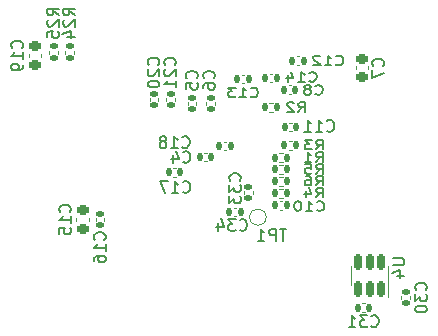
<source format=gbo>
%TF.GenerationSoftware,KiCad,Pcbnew,6.0.11+dfsg-1*%
%TF.CreationDate,2026-01-13T21:19:23-05:00*%
%TF.ProjectId,Deck_FPGA,4465636b-5f46-4504-9741-2e6b69636164,rev?*%
%TF.SameCoordinates,Original*%
%TF.FileFunction,Legend,Bot*%
%TF.FilePolarity,Positive*%
%FSLAX46Y46*%
G04 Gerber Fmt 4.6, Leading zero omitted, Abs format (unit mm)*
G04 Created by KiCad (PCBNEW 6.0.11+dfsg-1) date 2026-01-13 21:19:23*
%MOMM*%
%LPD*%
G01*
G04 APERTURE LIST*
G04 Aperture macros list*
%AMRoundRect*
0 Rectangle with rounded corners*
0 $1 Rounding radius*
0 $2 $3 $4 $5 $6 $7 $8 $9 X,Y pos of 4 corners*
0 Add a 4 corners polygon primitive as box body*
4,1,4,$2,$3,$4,$5,$6,$7,$8,$9,$2,$3,0*
0 Add four circle primitives for the rounded corners*
1,1,$1+$1,$2,$3*
1,1,$1+$1,$4,$5*
1,1,$1+$1,$6,$7*
1,1,$1+$1,$8,$9*
0 Add four rect primitives between the rounded corners*
20,1,$1+$1,$2,$3,$4,$5,0*
20,1,$1+$1,$4,$5,$6,$7,0*
20,1,$1+$1,$6,$7,$8,$9,0*
20,1,$1+$1,$8,$9,$2,$3,0*%
G04 Aperture macros list end*
%ADD10C,0.150000*%
%ADD11C,0.120000*%
%ADD12R,1.700000X1.700000*%
%ADD13O,1.700000X1.700000*%
%ADD14R,1.050000X1.050000*%
%ADD15C,1.050000*%
%ADD16RoundRect,0.140000X-0.140000X-0.170000X0.140000X-0.170000X0.140000X0.170000X-0.140000X0.170000X0*%
%ADD17RoundRect,0.140000X0.140000X0.170000X-0.140000X0.170000X-0.140000X-0.170000X0.140000X-0.170000X0*%
%ADD18RoundRect,0.140000X0.170000X-0.140000X0.170000X0.140000X-0.170000X0.140000X-0.170000X-0.140000X0*%
%ADD19RoundRect,0.135000X-0.135000X-0.185000X0.135000X-0.185000X0.135000X0.185000X-0.135000X0.185000X0*%
%ADD20RoundRect,0.225000X-0.250000X0.225000X-0.250000X-0.225000X0.250000X-0.225000X0.250000X0.225000X0*%
%ADD21RoundRect,0.135000X-0.185000X0.135000X-0.185000X-0.135000X0.185000X-0.135000X0.185000X0.135000X0*%
%ADD22RoundRect,0.140000X-0.170000X0.140000X-0.170000X-0.140000X0.170000X-0.140000X0.170000X0.140000X0*%
%ADD23RoundRect,0.225000X0.250000X-0.225000X0.250000X0.225000X-0.250000X0.225000X-0.250000X-0.225000X0*%
%ADD24C,1.000000*%
%ADD25RoundRect,0.135000X0.185000X-0.135000X0.185000X0.135000X-0.185000X0.135000X-0.185000X-0.135000X0*%
%ADD26RoundRect,0.150000X0.150000X-0.512500X0.150000X0.512500X-0.150000X0.512500X-0.150000X-0.512500X0*%
G04 APERTURE END LIST*
D10*
%TO.C,C14*%
X107992857Y-104685714D02*
X108040476Y-104723809D01*
X108183333Y-104761904D01*
X108278571Y-104761904D01*
X108421428Y-104723809D01*
X108516666Y-104647619D01*
X108564285Y-104571428D01*
X108611904Y-104419047D01*
X108611904Y-104304761D01*
X108564285Y-104152380D01*
X108516666Y-104076190D01*
X108421428Y-104000000D01*
X108278571Y-103961904D01*
X108183333Y-103961904D01*
X108040476Y-104000000D01*
X107992857Y-104038095D01*
X107040476Y-104761904D02*
X107611904Y-104761904D01*
X107326190Y-104761904D02*
X107326190Y-103961904D01*
X107421428Y-104076190D01*
X107516666Y-104152380D01*
X107611904Y-104190476D01*
X106183333Y-104228571D02*
X106183333Y-104761904D01*
X106421428Y-103923809D02*
X106659523Y-104495238D01*
X106040476Y-104495238D01*
%TO.C,C17*%
X97292857Y-114107142D02*
X97340476Y-114154761D01*
X97483333Y-114202380D01*
X97578571Y-114202380D01*
X97721428Y-114154761D01*
X97816666Y-114059523D01*
X97864285Y-113964285D01*
X97911904Y-113773809D01*
X97911904Y-113630952D01*
X97864285Y-113440476D01*
X97816666Y-113345238D01*
X97721428Y-113250000D01*
X97578571Y-113202380D01*
X97483333Y-113202380D01*
X97340476Y-113250000D01*
X97292857Y-113297619D01*
X96340476Y-114202380D02*
X96911904Y-114202380D01*
X96626190Y-114202380D02*
X96626190Y-113202380D01*
X96721428Y-113345238D01*
X96816666Y-113440476D01*
X96911904Y-113488095D01*
X96007142Y-113202380D02*
X95340476Y-113202380D01*
X95769047Y-114202380D01*
%TO.C,C6*%
X99907142Y-104483333D02*
X99954761Y-104435714D01*
X100002380Y-104292857D01*
X100002380Y-104197619D01*
X99954761Y-104054761D01*
X99859523Y-103959523D01*
X99764285Y-103911904D01*
X99573809Y-103864285D01*
X99430952Y-103864285D01*
X99240476Y-103911904D01*
X99145238Y-103959523D01*
X99050000Y-104054761D01*
X99002380Y-104197619D01*
X99002380Y-104292857D01*
X99050000Y-104435714D01*
X99097619Y-104483333D01*
X99002380Y-105340476D02*
X99002380Y-105150000D01*
X99050000Y-105054761D01*
X99097619Y-105007142D01*
X99240476Y-104911904D01*
X99430952Y-104864285D01*
X99811904Y-104864285D01*
X99907142Y-104911904D01*
X99954761Y-104959523D01*
X100002380Y-105054761D01*
X100002380Y-105245238D01*
X99954761Y-105340476D01*
X99907142Y-105388095D01*
X99811904Y-105435714D01*
X99573809Y-105435714D01*
X99478571Y-105388095D01*
X99430952Y-105340476D01*
X99383333Y-105245238D01*
X99383333Y-105054761D01*
X99430952Y-104959523D01*
X99478571Y-104911904D01*
X99573809Y-104864285D01*
%TO.C,R2*%
X107066666Y-107311904D02*
X107400000Y-106930952D01*
X107638095Y-107311904D02*
X107638095Y-106511904D01*
X107257142Y-106511904D01*
X107161904Y-106550000D01*
X107114285Y-106588095D01*
X107066666Y-106664285D01*
X107066666Y-106778571D01*
X107114285Y-106854761D01*
X107161904Y-106892857D01*
X107257142Y-106930952D01*
X107638095Y-106930952D01*
X106685714Y-106588095D02*
X106638095Y-106550000D01*
X106542857Y-106511904D01*
X106304761Y-106511904D01*
X106209523Y-106550000D01*
X106161904Y-106588095D01*
X106114285Y-106664285D01*
X106114285Y-106740476D01*
X106161904Y-106854761D01*
X106733333Y-107311904D01*
X106114285Y-107311904D01*
%TO.C,R6*%
X108566666Y-113561904D02*
X108900000Y-113180952D01*
X109138095Y-113561904D02*
X109138095Y-112761904D01*
X108757142Y-112761904D01*
X108661904Y-112800000D01*
X108614285Y-112838095D01*
X108566666Y-112914285D01*
X108566666Y-113028571D01*
X108614285Y-113104761D01*
X108661904Y-113142857D01*
X108757142Y-113180952D01*
X109138095Y-113180952D01*
X107709523Y-112761904D02*
X107900000Y-112761904D01*
X107995238Y-112800000D01*
X108042857Y-112838095D01*
X108138095Y-112952380D01*
X108185714Y-113104761D01*
X108185714Y-113409523D01*
X108138095Y-113485714D01*
X108090476Y-113523809D01*
X107995238Y-113561904D01*
X107804761Y-113561904D01*
X107709523Y-113523809D01*
X107661904Y-113485714D01*
X107614285Y-113409523D01*
X107614285Y-113219047D01*
X107661904Y-113142857D01*
X107709523Y-113104761D01*
X107804761Y-113066666D01*
X107995238Y-113066666D01*
X108090476Y-113104761D01*
X108138095Y-113142857D01*
X108185714Y-113219047D01*
%TO.C,C15*%
X87727142Y-115807142D02*
X87774761Y-115759523D01*
X87822380Y-115616666D01*
X87822380Y-115521428D01*
X87774761Y-115378571D01*
X87679523Y-115283333D01*
X87584285Y-115235714D01*
X87393809Y-115188095D01*
X87250952Y-115188095D01*
X87060476Y-115235714D01*
X86965238Y-115283333D01*
X86870000Y-115378571D01*
X86822380Y-115521428D01*
X86822380Y-115616666D01*
X86870000Y-115759523D01*
X86917619Y-115807142D01*
X87822380Y-116759523D02*
X87822380Y-116188095D01*
X87822380Y-116473809D02*
X86822380Y-116473809D01*
X86965238Y-116378571D01*
X87060476Y-116283333D01*
X87108095Y-116188095D01*
X86822380Y-117664285D02*
X86822380Y-117188095D01*
X87298571Y-117140476D01*
X87250952Y-117188095D01*
X87203333Y-117283333D01*
X87203333Y-117521428D01*
X87250952Y-117616666D01*
X87298571Y-117664285D01*
X87393809Y-117711904D01*
X87631904Y-117711904D01*
X87727142Y-117664285D01*
X87774761Y-117616666D01*
X87822380Y-117521428D01*
X87822380Y-117283333D01*
X87774761Y-117188095D01*
X87727142Y-117140476D01*
%TO.C,C18*%
X97242857Y-110307142D02*
X97290476Y-110354761D01*
X97433333Y-110402380D01*
X97528571Y-110402380D01*
X97671428Y-110354761D01*
X97766666Y-110259523D01*
X97814285Y-110164285D01*
X97861904Y-109973809D01*
X97861904Y-109830952D01*
X97814285Y-109640476D01*
X97766666Y-109545238D01*
X97671428Y-109450000D01*
X97528571Y-109402380D01*
X97433333Y-109402380D01*
X97290476Y-109450000D01*
X97242857Y-109497619D01*
X96290476Y-110402380D02*
X96861904Y-110402380D01*
X96576190Y-110402380D02*
X96576190Y-109402380D01*
X96671428Y-109545238D01*
X96766666Y-109640476D01*
X96861904Y-109688095D01*
X95719047Y-109830952D02*
X95814285Y-109783333D01*
X95861904Y-109735714D01*
X95909523Y-109640476D01*
X95909523Y-109592857D01*
X95861904Y-109497619D01*
X95814285Y-109450000D01*
X95719047Y-109402380D01*
X95528571Y-109402380D01*
X95433333Y-109450000D01*
X95385714Y-109497619D01*
X95338095Y-109592857D01*
X95338095Y-109640476D01*
X95385714Y-109735714D01*
X95433333Y-109783333D01*
X95528571Y-109830952D01*
X95719047Y-109830952D01*
X95814285Y-109878571D01*
X95861904Y-109926190D01*
X95909523Y-110021428D01*
X95909523Y-110211904D01*
X95861904Y-110307142D01*
X95814285Y-110354761D01*
X95719047Y-110402380D01*
X95528571Y-110402380D01*
X95433333Y-110354761D01*
X95385714Y-110307142D01*
X95338095Y-110211904D01*
X95338095Y-110021428D01*
X95385714Y-109926190D01*
X95433333Y-109878571D01*
X95528571Y-109830952D01*
%TO.C,C8*%
X108516666Y-105785714D02*
X108564285Y-105823809D01*
X108707142Y-105861904D01*
X108802380Y-105861904D01*
X108945238Y-105823809D01*
X109040476Y-105747619D01*
X109088095Y-105671428D01*
X109135714Y-105519047D01*
X109135714Y-105404761D01*
X109088095Y-105252380D01*
X109040476Y-105176190D01*
X108945238Y-105100000D01*
X108802380Y-105061904D01*
X108707142Y-105061904D01*
X108564285Y-105100000D01*
X108516666Y-105138095D01*
X107945238Y-105404761D02*
X108040476Y-105366666D01*
X108088095Y-105328571D01*
X108135714Y-105252380D01*
X108135714Y-105214285D01*
X108088095Y-105138095D01*
X108040476Y-105100000D01*
X107945238Y-105061904D01*
X107754761Y-105061904D01*
X107659523Y-105100000D01*
X107611904Y-105138095D01*
X107564285Y-105214285D01*
X107564285Y-105252380D01*
X107611904Y-105328571D01*
X107659523Y-105366666D01*
X107754761Y-105404761D01*
X107945238Y-105404761D01*
X108040476Y-105442857D01*
X108088095Y-105480952D01*
X108135714Y-105557142D01*
X108135714Y-105709523D01*
X108088095Y-105785714D01*
X108040476Y-105823809D01*
X107945238Y-105861904D01*
X107754761Y-105861904D01*
X107659523Y-105823809D01*
X107611904Y-105785714D01*
X107564285Y-105709523D01*
X107564285Y-105557142D01*
X107611904Y-105480952D01*
X107659523Y-105442857D01*
X107754761Y-105404761D01*
%TO.C,C5*%
X98457142Y-104483333D02*
X98504761Y-104435714D01*
X98552380Y-104292857D01*
X98552380Y-104197619D01*
X98504761Y-104054761D01*
X98409523Y-103959523D01*
X98314285Y-103911904D01*
X98123809Y-103864285D01*
X97980952Y-103864285D01*
X97790476Y-103911904D01*
X97695238Y-103959523D01*
X97600000Y-104054761D01*
X97552380Y-104197619D01*
X97552380Y-104292857D01*
X97600000Y-104435714D01*
X97647619Y-104483333D01*
X97552380Y-105388095D02*
X97552380Y-104911904D01*
X98028571Y-104864285D01*
X97980952Y-104911904D01*
X97933333Y-105007142D01*
X97933333Y-105245238D01*
X97980952Y-105340476D01*
X98028571Y-105388095D01*
X98123809Y-105435714D01*
X98361904Y-105435714D01*
X98457142Y-105388095D01*
X98504761Y-105340476D01*
X98552380Y-105245238D01*
X98552380Y-105007142D01*
X98504761Y-104911904D01*
X98457142Y-104864285D01*
%TO.C,R25*%
X86802380Y-99157142D02*
X86326190Y-98823809D01*
X86802380Y-98585714D02*
X85802380Y-98585714D01*
X85802380Y-98966666D01*
X85850000Y-99061904D01*
X85897619Y-99109523D01*
X85992857Y-99157142D01*
X86135714Y-99157142D01*
X86230952Y-99109523D01*
X86278571Y-99061904D01*
X86326190Y-98966666D01*
X86326190Y-98585714D01*
X85897619Y-99538095D02*
X85850000Y-99585714D01*
X85802380Y-99680952D01*
X85802380Y-99919047D01*
X85850000Y-100014285D01*
X85897619Y-100061904D01*
X85992857Y-100109523D01*
X86088095Y-100109523D01*
X86230952Y-100061904D01*
X86802380Y-99490476D01*
X86802380Y-100109523D01*
X85802380Y-101014285D02*
X85802380Y-100538095D01*
X86278571Y-100490476D01*
X86230952Y-100538095D01*
X86183333Y-100633333D01*
X86183333Y-100871428D01*
X86230952Y-100966666D01*
X86278571Y-101014285D01*
X86373809Y-101061904D01*
X86611904Y-101061904D01*
X86707142Y-101014285D01*
X86754761Y-100966666D01*
X86802380Y-100871428D01*
X86802380Y-100633333D01*
X86754761Y-100538095D01*
X86707142Y-100490476D01*
%TO.C,C30*%
X117857142Y-122407142D02*
X117904761Y-122359523D01*
X117952380Y-122216666D01*
X117952380Y-122121428D01*
X117904761Y-121978571D01*
X117809523Y-121883333D01*
X117714285Y-121835714D01*
X117523809Y-121788095D01*
X117380952Y-121788095D01*
X117190476Y-121835714D01*
X117095238Y-121883333D01*
X117000000Y-121978571D01*
X116952380Y-122121428D01*
X116952380Y-122216666D01*
X117000000Y-122359523D01*
X117047619Y-122407142D01*
X116952380Y-122740476D02*
X116952380Y-123359523D01*
X117333333Y-123026190D01*
X117333333Y-123169047D01*
X117380952Y-123264285D01*
X117428571Y-123311904D01*
X117523809Y-123359523D01*
X117761904Y-123359523D01*
X117857142Y-123311904D01*
X117904761Y-123264285D01*
X117952380Y-123169047D01*
X117952380Y-122883333D01*
X117904761Y-122788095D01*
X117857142Y-122740476D01*
X116952380Y-123978571D02*
X116952380Y-124073809D01*
X117000000Y-124169047D01*
X117047619Y-124216666D01*
X117142857Y-124264285D01*
X117333333Y-124311904D01*
X117571428Y-124311904D01*
X117761904Y-124264285D01*
X117857142Y-124216666D01*
X117904761Y-124169047D01*
X117952380Y-124073809D01*
X117952380Y-123978571D01*
X117904761Y-123883333D01*
X117857142Y-123835714D01*
X117761904Y-123788095D01*
X117571428Y-123740476D01*
X117333333Y-123740476D01*
X117142857Y-123788095D01*
X117047619Y-123835714D01*
X117000000Y-123883333D01*
X116952380Y-123978571D01*
%TO.C,C19*%
X83677142Y-101907142D02*
X83724761Y-101859523D01*
X83772380Y-101716666D01*
X83772380Y-101621428D01*
X83724761Y-101478571D01*
X83629523Y-101383333D01*
X83534285Y-101335714D01*
X83343809Y-101288095D01*
X83200952Y-101288095D01*
X83010476Y-101335714D01*
X82915238Y-101383333D01*
X82820000Y-101478571D01*
X82772380Y-101621428D01*
X82772380Y-101716666D01*
X82820000Y-101859523D01*
X82867619Y-101907142D01*
X83772380Y-102859523D02*
X83772380Y-102288095D01*
X83772380Y-102573809D02*
X82772380Y-102573809D01*
X82915238Y-102478571D01*
X83010476Y-102383333D01*
X83058095Y-102288095D01*
X83772380Y-103335714D02*
X83772380Y-103526190D01*
X83724761Y-103621428D01*
X83677142Y-103669047D01*
X83534285Y-103764285D01*
X83343809Y-103811904D01*
X82962857Y-103811904D01*
X82867619Y-103764285D01*
X82820000Y-103716666D01*
X82772380Y-103621428D01*
X82772380Y-103430952D01*
X82820000Y-103335714D01*
X82867619Y-103288095D01*
X82962857Y-103240476D01*
X83200952Y-103240476D01*
X83296190Y-103288095D01*
X83343809Y-103335714D01*
X83391428Y-103430952D01*
X83391428Y-103621428D01*
X83343809Y-103716666D01*
X83296190Y-103764285D01*
X83200952Y-103811904D01*
%TO.C,C4*%
X97316666Y-111557142D02*
X97364285Y-111604761D01*
X97507142Y-111652380D01*
X97602380Y-111652380D01*
X97745238Y-111604761D01*
X97840476Y-111509523D01*
X97888095Y-111414285D01*
X97935714Y-111223809D01*
X97935714Y-111080952D01*
X97888095Y-110890476D01*
X97840476Y-110795238D01*
X97745238Y-110700000D01*
X97602380Y-110652380D01*
X97507142Y-110652380D01*
X97364285Y-110700000D01*
X97316666Y-110747619D01*
X96459523Y-110985714D02*
X96459523Y-111652380D01*
X96697619Y-110604761D02*
X96935714Y-111319047D01*
X96316666Y-111319047D01*
%TO.C,C11*%
X109492857Y-108907142D02*
X109540476Y-108954761D01*
X109683333Y-109002380D01*
X109778571Y-109002380D01*
X109921428Y-108954761D01*
X110016666Y-108859523D01*
X110064285Y-108764285D01*
X110111904Y-108573809D01*
X110111904Y-108430952D01*
X110064285Y-108240476D01*
X110016666Y-108145238D01*
X109921428Y-108050000D01*
X109778571Y-108002380D01*
X109683333Y-108002380D01*
X109540476Y-108050000D01*
X109492857Y-108097619D01*
X108540476Y-109002380D02*
X109111904Y-109002380D01*
X108826190Y-109002380D02*
X108826190Y-108002380D01*
X108921428Y-108145238D01*
X109016666Y-108240476D01*
X109111904Y-108288095D01*
X107588095Y-109002380D02*
X108159523Y-109002380D01*
X107873809Y-109002380D02*
X107873809Y-108002380D01*
X107969047Y-108145238D01*
X108064285Y-108240476D01*
X108159523Y-108288095D01*
%TO.C,C10*%
X108642857Y-115635714D02*
X108690476Y-115673809D01*
X108833333Y-115711904D01*
X108928571Y-115711904D01*
X109071428Y-115673809D01*
X109166666Y-115597619D01*
X109214285Y-115521428D01*
X109261904Y-115369047D01*
X109261904Y-115254761D01*
X109214285Y-115102380D01*
X109166666Y-115026190D01*
X109071428Y-114950000D01*
X108928571Y-114911904D01*
X108833333Y-114911904D01*
X108690476Y-114950000D01*
X108642857Y-114988095D01*
X107690476Y-115711904D02*
X108261904Y-115711904D01*
X107976190Y-115711904D02*
X107976190Y-114911904D01*
X108071428Y-115026190D01*
X108166666Y-115102380D01*
X108261904Y-115140476D01*
X107071428Y-114911904D02*
X106976190Y-114911904D01*
X106880952Y-114950000D01*
X106833333Y-114988095D01*
X106785714Y-115064285D01*
X106738095Y-115216666D01*
X106738095Y-115407142D01*
X106785714Y-115559523D01*
X106833333Y-115635714D01*
X106880952Y-115673809D01*
X106976190Y-115711904D01*
X107071428Y-115711904D01*
X107166666Y-115673809D01*
X107214285Y-115635714D01*
X107261904Y-115559523D01*
X107309523Y-115407142D01*
X107309523Y-115216666D01*
X107261904Y-115064285D01*
X107214285Y-114988095D01*
X107166666Y-114950000D01*
X107071428Y-114911904D01*
%TO.C,C21*%
X96607142Y-103357142D02*
X96654761Y-103309523D01*
X96702380Y-103166666D01*
X96702380Y-103071428D01*
X96654761Y-102928571D01*
X96559523Y-102833333D01*
X96464285Y-102785714D01*
X96273809Y-102738095D01*
X96130952Y-102738095D01*
X95940476Y-102785714D01*
X95845238Y-102833333D01*
X95750000Y-102928571D01*
X95702380Y-103071428D01*
X95702380Y-103166666D01*
X95750000Y-103309523D01*
X95797619Y-103357142D01*
X95797619Y-103738095D02*
X95750000Y-103785714D01*
X95702380Y-103880952D01*
X95702380Y-104119047D01*
X95750000Y-104214285D01*
X95797619Y-104261904D01*
X95892857Y-104309523D01*
X95988095Y-104309523D01*
X96130952Y-104261904D01*
X96702380Y-103690476D01*
X96702380Y-104309523D01*
X96702380Y-105261904D02*
X96702380Y-104690476D01*
X96702380Y-104976190D02*
X95702380Y-104976190D01*
X95845238Y-104880952D01*
X95940476Y-104785714D01*
X95988095Y-104690476D01*
%TO.C,C7*%
X114237142Y-103433333D02*
X114284761Y-103385714D01*
X114332380Y-103242857D01*
X114332380Y-103147619D01*
X114284761Y-103004761D01*
X114189523Y-102909523D01*
X114094285Y-102861904D01*
X113903809Y-102814285D01*
X113760952Y-102814285D01*
X113570476Y-102861904D01*
X113475238Y-102909523D01*
X113380000Y-103004761D01*
X113332380Y-103147619D01*
X113332380Y-103242857D01*
X113380000Y-103385714D01*
X113427619Y-103433333D01*
X113332380Y-103766666D02*
X113332380Y-104433333D01*
X114332380Y-104004761D01*
%TO.C,C12*%
X110242857Y-103285714D02*
X110290476Y-103323809D01*
X110433333Y-103361904D01*
X110528571Y-103361904D01*
X110671428Y-103323809D01*
X110766666Y-103247619D01*
X110814285Y-103171428D01*
X110861904Y-103019047D01*
X110861904Y-102904761D01*
X110814285Y-102752380D01*
X110766666Y-102676190D01*
X110671428Y-102600000D01*
X110528571Y-102561904D01*
X110433333Y-102561904D01*
X110290476Y-102600000D01*
X110242857Y-102638095D01*
X109290476Y-103361904D02*
X109861904Y-103361904D01*
X109576190Y-103361904D02*
X109576190Y-102561904D01*
X109671428Y-102676190D01*
X109766666Y-102752380D01*
X109861904Y-102790476D01*
X108909523Y-102638095D02*
X108861904Y-102600000D01*
X108766666Y-102561904D01*
X108528571Y-102561904D01*
X108433333Y-102600000D01*
X108385714Y-102638095D01*
X108338095Y-102714285D01*
X108338095Y-102790476D01*
X108385714Y-102904761D01*
X108957142Y-103361904D01*
X108338095Y-103361904D01*
%TO.C,R3*%
X108566666Y-110511904D02*
X108900000Y-110130952D01*
X109138095Y-110511904D02*
X109138095Y-109711904D01*
X108757142Y-109711904D01*
X108661904Y-109750000D01*
X108614285Y-109788095D01*
X108566666Y-109864285D01*
X108566666Y-109978571D01*
X108614285Y-110054761D01*
X108661904Y-110092857D01*
X108757142Y-110130952D01*
X109138095Y-110130952D01*
X108233333Y-109711904D02*
X107614285Y-109711904D01*
X107947619Y-110016666D01*
X107804761Y-110016666D01*
X107709523Y-110054761D01*
X107661904Y-110092857D01*
X107614285Y-110169047D01*
X107614285Y-110359523D01*
X107661904Y-110435714D01*
X107709523Y-110473809D01*
X107804761Y-110511904D01*
X108090476Y-110511904D01*
X108185714Y-110473809D01*
X108233333Y-110435714D01*
%TO.C,TP1*%
X106061904Y-117252380D02*
X105490476Y-117252380D01*
X105776190Y-118252380D02*
X105776190Y-117252380D01*
X105157142Y-118252380D02*
X105157142Y-117252380D01*
X104776190Y-117252380D01*
X104680952Y-117300000D01*
X104633333Y-117347619D01*
X104585714Y-117442857D01*
X104585714Y-117585714D01*
X104633333Y-117680952D01*
X104680952Y-117728571D01*
X104776190Y-117776190D01*
X105157142Y-117776190D01*
X103633333Y-118252380D02*
X104204761Y-118252380D01*
X103919047Y-118252380D02*
X103919047Y-117252380D01*
X104014285Y-117395238D01*
X104109523Y-117490476D01*
X104204761Y-117538095D01*
%TO.C,C20*%
X95207142Y-103357142D02*
X95254761Y-103309523D01*
X95302380Y-103166666D01*
X95302380Y-103071428D01*
X95254761Y-102928571D01*
X95159523Y-102833333D01*
X95064285Y-102785714D01*
X94873809Y-102738095D01*
X94730952Y-102738095D01*
X94540476Y-102785714D01*
X94445238Y-102833333D01*
X94350000Y-102928571D01*
X94302380Y-103071428D01*
X94302380Y-103166666D01*
X94350000Y-103309523D01*
X94397619Y-103357142D01*
X94397619Y-103738095D02*
X94350000Y-103785714D01*
X94302380Y-103880952D01*
X94302380Y-104119047D01*
X94350000Y-104214285D01*
X94397619Y-104261904D01*
X94492857Y-104309523D01*
X94588095Y-104309523D01*
X94730952Y-104261904D01*
X95302380Y-103690476D01*
X95302380Y-104309523D01*
X94302380Y-104928571D02*
X94302380Y-105023809D01*
X94350000Y-105119047D01*
X94397619Y-105166666D01*
X94492857Y-105214285D01*
X94683333Y-105261904D01*
X94921428Y-105261904D01*
X95111904Y-105214285D01*
X95207142Y-105166666D01*
X95254761Y-105119047D01*
X95302380Y-105023809D01*
X95302380Y-104928571D01*
X95254761Y-104833333D01*
X95207142Y-104785714D01*
X95111904Y-104738095D01*
X94921428Y-104690476D01*
X94683333Y-104690476D01*
X94492857Y-104738095D01*
X94397619Y-104785714D01*
X94350000Y-104833333D01*
X94302380Y-104928571D01*
%TO.C,R1*%
X108566666Y-111561904D02*
X108900000Y-111180952D01*
X109138095Y-111561904D02*
X109138095Y-110761904D01*
X108757142Y-110761904D01*
X108661904Y-110800000D01*
X108614285Y-110838095D01*
X108566666Y-110914285D01*
X108566666Y-111028571D01*
X108614285Y-111104761D01*
X108661904Y-111142857D01*
X108757142Y-111180952D01*
X109138095Y-111180952D01*
X107614285Y-111561904D02*
X108185714Y-111561904D01*
X107900000Y-111561904D02*
X107900000Y-110761904D01*
X107995238Y-110876190D01*
X108090476Y-110952380D01*
X108185714Y-110990476D01*
%TO.C,C31*%
X113242857Y-125457142D02*
X113290476Y-125504761D01*
X113433333Y-125552380D01*
X113528571Y-125552380D01*
X113671428Y-125504761D01*
X113766666Y-125409523D01*
X113814285Y-125314285D01*
X113861904Y-125123809D01*
X113861904Y-124980952D01*
X113814285Y-124790476D01*
X113766666Y-124695238D01*
X113671428Y-124600000D01*
X113528571Y-124552380D01*
X113433333Y-124552380D01*
X113290476Y-124600000D01*
X113242857Y-124647619D01*
X112909523Y-124552380D02*
X112290476Y-124552380D01*
X112623809Y-124933333D01*
X112480952Y-124933333D01*
X112385714Y-124980952D01*
X112338095Y-125028571D01*
X112290476Y-125123809D01*
X112290476Y-125361904D01*
X112338095Y-125457142D01*
X112385714Y-125504761D01*
X112480952Y-125552380D01*
X112766666Y-125552380D01*
X112861904Y-125504761D01*
X112909523Y-125457142D01*
X111338095Y-125552380D02*
X111909523Y-125552380D01*
X111623809Y-125552380D02*
X111623809Y-124552380D01*
X111719047Y-124695238D01*
X111814285Y-124790476D01*
X111909523Y-124838095D01*
%TO.C,C34*%
X102092857Y-117307142D02*
X102140476Y-117354761D01*
X102283333Y-117402380D01*
X102378571Y-117402380D01*
X102521428Y-117354761D01*
X102616666Y-117259523D01*
X102664285Y-117164285D01*
X102711904Y-116973809D01*
X102711904Y-116830952D01*
X102664285Y-116640476D01*
X102616666Y-116545238D01*
X102521428Y-116450000D01*
X102378571Y-116402380D01*
X102283333Y-116402380D01*
X102140476Y-116450000D01*
X102092857Y-116497619D01*
X101759523Y-116402380D02*
X101140476Y-116402380D01*
X101473809Y-116783333D01*
X101330952Y-116783333D01*
X101235714Y-116830952D01*
X101188095Y-116878571D01*
X101140476Y-116973809D01*
X101140476Y-117211904D01*
X101188095Y-117307142D01*
X101235714Y-117354761D01*
X101330952Y-117402380D01*
X101616666Y-117402380D01*
X101711904Y-117354761D01*
X101759523Y-117307142D01*
X100283333Y-116735714D02*
X100283333Y-117402380D01*
X100521428Y-116354761D02*
X100759523Y-117069047D01*
X100140476Y-117069047D01*
%TO.C,C33*%
X102107142Y-113157142D02*
X102154761Y-113109523D01*
X102202380Y-112966666D01*
X102202380Y-112871428D01*
X102154761Y-112728571D01*
X102059523Y-112633333D01*
X101964285Y-112585714D01*
X101773809Y-112538095D01*
X101630952Y-112538095D01*
X101440476Y-112585714D01*
X101345238Y-112633333D01*
X101250000Y-112728571D01*
X101202380Y-112871428D01*
X101202380Y-112966666D01*
X101250000Y-113109523D01*
X101297619Y-113157142D01*
X101202380Y-113490476D02*
X101202380Y-114109523D01*
X101583333Y-113776190D01*
X101583333Y-113919047D01*
X101630952Y-114014285D01*
X101678571Y-114061904D01*
X101773809Y-114109523D01*
X102011904Y-114109523D01*
X102107142Y-114061904D01*
X102154761Y-114014285D01*
X102202380Y-113919047D01*
X102202380Y-113633333D01*
X102154761Y-113538095D01*
X102107142Y-113490476D01*
X101202380Y-114442857D02*
X101202380Y-115061904D01*
X101583333Y-114728571D01*
X101583333Y-114871428D01*
X101630952Y-114966666D01*
X101678571Y-115014285D01*
X101773809Y-115061904D01*
X102011904Y-115061904D01*
X102107142Y-115014285D01*
X102154761Y-114966666D01*
X102202380Y-114871428D01*
X102202380Y-114585714D01*
X102154761Y-114490476D01*
X102107142Y-114442857D01*
%TO.C,R4*%
X108566666Y-114561904D02*
X108900000Y-114180952D01*
X109138095Y-114561904D02*
X109138095Y-113761904D01*
X108757142Y-113761904D01*
X108661904Y-113800000D01*
X108614285Y-113838095D01*
X108566666Y-113914285D01*
X108566666Y-114028571D01*
X108614285Y-114104761D01*
X108661904Y-114142857D01*
X108757142Y-114180952D01*
X109138095Y-114180952D01*
X107709523Y-114028571D02*
X107709523Y-114561904D01*
X107947619Y-113723809D02*
X108185714Y-114295238D01*
X107566666Y-114295238D01*
%TO.C,C13*%
X103042857Y-105995714D02*
X103090476Y-106033809D01*
X103233333Y-106071904D01*
X103328571Y-106071904D01*
X103471428Y-106033809D01*
X103566666Y-105957619D01*
X103614285Y-105881428D01*
X103661904Y-105729047D01*
X103661904Y-105614761D01*
X103614285Y-105462380D01*
X103566666Y-105386190D01*
X103471428Y-105310000D01*
X103328571Y-105271904D01*
X103233333Y-105271904D01*
X103090476Y-105310000D01*
X103042857Y-105348095D01*
X102090476Y-106071904D02*
X102661904Y-106071904D01*
X102376190Y-106071904D02*
X102376190Y-105271904D01*
X102471428Y-105386190D01*
X102566666Y-105462380D01*
X102661904Y-105500476D01*
X101757142Y-105271904D02*
X101138095Y-105271904D01*
X101471428Y-105576666D01*
X101328571Y-105576666D01*
X101233333Y-105614761D01*
X101185714Y-105652857D01*
X101138095Y-105729047D01*
X101138095Y-105919523D01*
X101185714Y-105995714D01*
X101233333Y-106033809D01*
X101328571Y-106071904D01*
X101614285Y-106071904D01*
X101709523Y-106033809D01*
X101757142Y-105995714D01*
%TO.C,R24*%
X88152380Y-99157142D02*
X87676190Y-98823809D01*
X88152380Y-98585714D02*
X87152380Y-98585714D01*
X87152380Y-98966666D01*
X87200000Y-99061904D01*
X87247619Y-99109523D01*
X87342857Y-99157142D01*
X87485714Y-99157142D01*
X87580952Y-99109523D01*
X87628571Y-99061904D01*
X87676190Y-98966666D01*
X87676190Y-98585714D01*
X87247619Y-99538095D02*
X87200000Y-99585714D01*
X87152380Y-99680952D01*
X87152380Y-99919047D01*
X87200000Y-100014285D01*
X87247619Y-100061904D01*
X87342857Y-100109523D01*
X87438095Y-100109523D01*
X87580952Y-100061904D01*
X88152380Y-99490476D01*
X88152380Y-100109523D01*
X87485714Y-100966666D02*
X88152380Y-100966666D01*
X87104761Y-100728571D02*
X87819047Y-100490476D01*
X87819047Y-101109523D01*
%TO.C,U4*%
X115052380Y-119738095D02*
X115861904Y-119738095D01*
X115957142Y-119785714D01*
X116004761Y-119833333D01*
X116052380Y-119928571D01*
X116052380Y-120119047D01*
X116004761Y-120214285D01*
X115957142Y-120261904D01*
X115861904Y-120309523D01*
X115052380Y-120309523D01*
X115385714Y-121214285D02*
X116052380Y-121214285D01*
X115004761Y-120976190D02*
X115719047Y-120738095D01*
X115719047Y-121357142D01*
%TO.C,C16*%
X90657142Y-118157142D02*
X90704761Y-118109523D01*
X90752380Y-117966666D01*
X90752380Y-117871428D01*
X90704761Y-117728571D01*
X90609523Y-117633333D01*
X90514285Y-117585714D01*
X90323809Y-117538095D01*
X90180952Y-117538095D01*
X89990476Y-117585714D01*
X89895238Y-117633333D01*
X89800000Y-117728571D01*
X89752380Y-117871428D01*
X89752380Y-117966666D01*
X89800000Y-118109523D01*
X89847619Y-118157142D01*
X90752380Y-119109523D02*
X90752380Y-118538095D01*
X90752380Y-118823809D02*
X89752380Y-118823809D01*
X89895238Y-118728571D01*
X89990476Y-118633333D01*
X90038095Y-118538095D01*
X89752380Y-119966666D02*
X89752380Y-119776190D01*
X89800000Y-119680952D01*
X89847619Y-119633333D01*
X89990476Y-119538095D01*
X90180952Y-119490476D01*
X90561904Y-119490476D01*
X90657142Y-119538095D01*
X90704761Y-119585714D01*
X90752380Y-119680952D01*
X90752380Y-119871428D01*
X90704761Y-119966666D01*
X90657142Y-120014285D01*
X90561904Y-120061904D01*
X90323809Y-120061904D01*
X90228571Y-120014285D01*
X90180952Y-119966666D01*
X90133333Y-119871428D01*
X90133333Y-119680952D01*
X90180952Y-119585714D01*
X90228571Y-119538095D01*
X90323809Y-119490476D01*
%TO.C,R5*%
X108566666Y-112561904D02*
X108900000Y-112180952D01*
X109138095Y-112561904D02*
X109138095Y-111761904D01*
X108757142Y-111761904D01*
X108661904Y-111800000D01*
X108614285Y-111838095D01*
X108566666Y-111914285D01*
X108566666Y-112028571D01*
X108614285Y-112104761D01*
X108661904Y-112142857D01*
X108757142Y-112180952D01*
X109138095Y-112180952D01*
X107661904Y-111761904D02*
X108138095Y-111761904D01*
X108185714Y-112142857D01*
X108138095Y-112104761D01*
X108042857Y-112066666D01*
X107804761Y-112066666D01*
X107709523Y-112104761D01*
X107661904Y-112142857D01*
X107614285Y-112219047D01*
X107614285Y-112409523D01*
X107661904Y-112485714D01*
X107709523Y-112523809D01*
X107804761Y-112561904D01*
X108042857Y-112561904D01*
X108138095Y-112523809D01*
X108185714Y-112485714D01*
D11*
%TO.C,C14*%
X104642164Y-104090000D02*
X104857836Y-104090000D01*
X104642164Y-104810000D02*
X104857836Y-104810000D01*
%TO.C,C17*%
X96707836Y-112090000D02*
X96492164Y-112090000D01*
X96707836Y-112810000D02*
X96492164Y-112810000D01*
%TO.C,C6*%
X100010000Y-106707836D02*
X100010000Y-106492164D01*
X99290000Y-106707836D02*
X99290000Y-106492164D01*
%TO.C,R2*%
X104596359Y-106570000D02*
X104903641Y-106570000D01*
X104596359Y-107330000D02*
X104903641Y-107330000D01*
%TO.C,R6*%
X105446359Y-113580000D02*
X105753641Y-113580000D01*
X105446359Y-112820000D02*
X105753641Y-112820000D01*
%TO.C,C15*%
X88290000Y-116309420D02*
X88290000Y-116590580D01*
X89310000Y-116309420D02*
X89310000Y-116590580D01*
%TO.C,C18*%
X100957836Y-109840000D02*
X100742164Y-109840000D01*
X100957836Y-110560000D02*
X100742164Y-110560000D01*
%TO.C,C8*%
X106457836Y-105810000D02*
X106242164Y-105810000D01*
X106457836Y-105090000D02*
X106242164Y-105090000D01*
%TO.C,C5*%
X97690000Y-106707836D02*
X97690000Y-106492164D01*
X98410000Y-106707836D02*
X98410000Y-106492164D01*
%TO.C,R25*%
X85970000Y-102146359D02*
X85970000Y-102453641D01*
X86730000Y-102146359D02*
X86730000Y-102453641D01*
%TO.C,C30*%
X115790000Y-122942164D02*
X115790000Y-123157836D01*
X116510000Y-122942164D02*
X116510000Y-123157836D01*
%TO.C,C19*%
X84240000Y-102409420D02*
X84240000Y-102690580D01*
X85260000Y-102409420D02*
X85260000Y-102690580D01*
%TO.C,C4*%
X99307836Y-111510000D02*
X99092164Y-111510000D01*
X99307836Y-110790000D02*
X99092164Y-110790000D01*
%TO.C,C11*%
X106292164Y-108960000D02*
X106507836Y-108960000D01*
X106292164Y-108240000D02*
X106507836Y-108240000D01*
%TO.C,C10*%
X105707836Y-114890000D02*
X105492164Y-114890000D01*
X105707836Y-115610000D02*
X105492164Y-115610000D01*
%TO.C,C21*%
X96610000Y-106192164D02*
X96610000Y-106407836D01*
X95890000Y-106192164D02*
X95890000Y-106407836D01*
%TO.C,C7*%
X112960000Y-103740580D02*
X112960000Y-103459420D01*
X111940000Y-103740580D02*
X111940000Y-103459420D01*
%TO.C,C12*%
X107157836Y-102640000D02*
X106942164Y-102640000D01*
X107157836Y-103360000D02*
X106942164Y-103360000D01*
%TO.C,R3*%
X106246359Y-110530000D02*
X106553641Y-110530000D01*
X106246359Y-109770000D02*
X106553641Y-109770000D01*
%TO.C,TP1*%
X104350000Y-116250000D02*
G75*
G03*
X104350000Y-116250000I-700000J0D01*
G01*
%TO.C,C20*%
X94490000Y-106192164D02*
X94490000Y-106407836D01*
X95210000Y-106192164D02*
X95210000Y-106407836D01*
%TO.C,R1*%
X105446359Y-111580000D02*
X105753641Y-111580000D01*
X105446359Y-110820000D02*
X105753641Y-110820000D01*
%TO.C,C31*%
X112492164Y-124260000D02*
X112707836Y-124260000D01*
X112492164Y-123540000D02*
X112707836Y-123540000D01*
%TO.C,C34*%
X101592164Y-116160000D02*
X101807836Y-116160000D01*
X101592164Y-115440000D02*
X101807836Y-115440000D01*
%TO.C,C33*%
X102490000Y-114042164D02*
X102490000Y-114257836D01*
X103210000Y-114042164D02*
X103210000Y-114257836D01*
%TO.C,R4*%
X105446359Y-113820000D02*
X105753641Y-113820000D01*
X105446359Y-114580000D02*
X105753641Y-114580000D01*
%TO.C,C13*%
X102292164Y-104910000D02*
X102507836Y-104910000D01*
X102292164Y-104190000D02*
X102507836Y-104190000D01*
%TO.C,R24*%
X87320000Y-102453641D02*
X87320000Y-102146359D01*
X88080000Y-102453641D02*
X88080000Y-102146359D01*
%TO.C,U4*%
X114660000Y-121200000D02*
X114660000Y-120400000D01*
X114660000Y-121200000D02*
X114660000Y-123000000D01*
X111540000Y-121200000D02*
X111540000Y-120400000D01*
X111540000Y-121200000D02*
X111540000Y-122000000D01*
%TO.C,C16*%
X89940000Y-116342164D02*
X89940000Y-116557836D01*
X90660000Y-116342164D02*
X90660000Y-116557836D01*
%TO.C,R5*%
X105446359Y-112580000D02*
X105753641Y-112580000D01*
X105446359Y-111820000D02*
X105753641Y-111820000D01*
%TD*%
%LPC*%
D12*
%TO.C,J3*%
X81800000Y-104650000D03*
D13*
X81800000Y-107190000D03*
X81800000Y-109730000D03*
X81800000Y-112270000D03*
X81800000Y-114810000D03*
X81800000Y-117350000D03*
%TD*%
D14*
%TO.C,J1*%
X91000000Y-122000000D03*
D15*
X93000000Y-122000000D03*
X95000000Y-122000000D03*
X97000000Y-122000000D03*
X99000000Y-122000000D03*
X101000000Y-122000000D03*
X103000000Y-122000000D03*
X105000000Y-122000000D03*
X107000000Y-122000000D03*
X109000000Y-122000000D03*
%TD*%
D14*
%TO.C,J2*%
X91000000Y-100000000D03*
D15*
X93000000Y-100000000D03*
X95000000Y-100000000D03*
X97000000Y-100000000D03*
X99000000Y-100000000D03*
X101000000Y-100000000D03*
X103000000Y-100000000D03*
X105000000Y-100000000D03*
X107000000Y-100000000D03*
X109000000Y-100000000D03*
%TD*%
D16*
%TO.C,C14*%
X104270000Y-104450000D03*
X105230000Y-104450000D03*
%TD*%
D17*
%TO.C,C17*%
X97080000Y-112450000D03*
X96120000Y-112450000D03*
%TD*%
D18*
%TO.C,C6*%
X99650000Y-107080000D03*
X99650000Y-106120000D03*
%TD*%
D19*
%TO.C,R2*%
X104240000Y-106950000D03*
X105260000Y-106950000D03*
%TD*%
%TO.C,R6*%
X105090000Y-113200000D03*
X106110000Y-113200000D03*
%TD*%
D20*
%TO.C,C15*%
X88800000Y-115675000D03*
X88800000Y-117225000D03*
%TD*%
D17*
%TO.C,C18*%
X101330000Y-110200000D03*
X100370000Y-110200000D03*
%TD*%
%TO.C,C8*%
X106830000Y-105450000D03*
X105870000Y-105450000D03*
%TD*%
D18*
%TO.C,C5*%
X98050000Y-107080000D03*
X98050000Y-106120000D03*
%TD*%
D21*
%TO.C,R25*%
X86350000Y-101790000D03*
X86350000Y-102810000D03*
%TD*%
D22*
%TO.C,C30*%
X116150000Y-122570000D03*
X116150000Y-123530000D03*
%TD*%
D20*
%TO.C,C19*%
X84750000Y-101775000D03*
X84750000Y-103325000D03*
%TD*%
D17*
%TO.C,C4*%
X99680000Y-111150000D03*
X98720000Y-111150000D03*
%TD*%
D16*
%TO.C,C11*%
X105920000Y-108600000D03*
X106880000Y-108600000D03*
%TD*%
D17*
%TO.C,C10*%
X106080000Y-115250000D03*
X105120000Y-115250000D03*
%TD*%
D22*
%TO.C,C21*%
X96250000Y-105820000D03*
X96250000Y-106780000D03*
%TD*%
D23*
%TO.C,C7*%
X112450000Y-104375000D03*
X112450000Y-102825000D03*
%TD*%
D17*
%TO.C,C12*%
X107530000Y-103000000D03*
X106570000Y-103000000D03*
%TD*%
D19*
%TO.C,R3*%
X105890000Y-110150000D03*
X106910000Y-110150000D03*
%TD*%
D24*
%TO.C,TP1*%
X103650000Y-116250000D03*
%TD*%
D22*
%TO.C,C20*%
X94850000Y-105820000D03*
X94850000Y-106780000D03*
%TD*%
D19*
%TO.C,R1*%
X105090000Y-111200000D03*
X106110000Y-111200000D03*
%TD*%
D16*
%TO.C,C31*%
X112120000Y-123900000D03*
X113080000Y-123900000D03*
%TD*%
%TO.C,C34*%
X101220000Y-115800000D03*
X102180000Y-115800000D03*
%TD*%
D22*
%TO.C,C33*%
X102850000Y-113670000D03*
X102850000Y-114630000D03*
%TD*%
D19*
%TO.C,R4*%
X105090000Y-114200000D03*
X106110000Y-114200000D03*
%TD*%
D16*
%TO.C,C13*%
X101920000Y-104550000D03*
X102880000Y-104550000D03*
%TD*%
D25*
%TO.C,R24*%
X87700000Y-102810000D03*
X87700000Y-101790000D03*
%TD*%
D26*
%TO.C,U4*%
X114050000Y-122337500D03*
X113100000Y-122337500D03*
X112150000Y-122337500D03*
X112150000Y-120062500D03*
X113100000Y-120062500D03*
X114050000Y-120062500D03*
%TD*%
D22*
%TO.C,C16*%
X90300000Y-115970000D03*
X90300000Y-116930000D03*
%TD*%
D19*
%TO.C,R5*%
X105090000Y-112200000D03*
X106110000Y-112200000D03*
%TD*%
M02*

</source>
